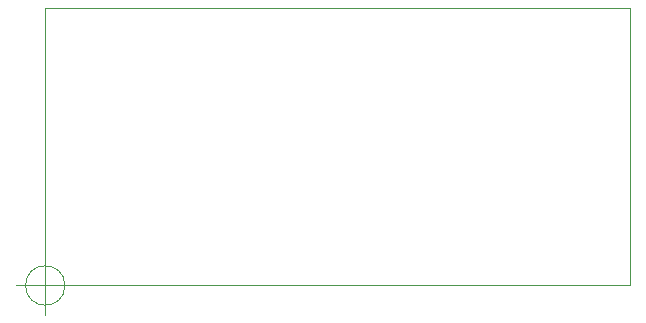
<source format=gbr>
%TF.GenerationSoftware,KiCad,Pcbnew,(5.1.9)-1*%
%TF.CreationDate,2021-06-05T13:50:50-03:00*%
%TF.ProjectId,Themu-Main,5468656d-752d-44d6-9169-6e2e6b696361,02*%
%TF.SameCoordinates,Original*%
%TF.FileFunction,Profile,NP*%
%FSLAX46Y46*%
G04 Gerber Fmt 4.6, Leading zero omitted, Abs format (unit mm)*
G04 Created by KiCad (PCBNEW (5.1.9)-1) date 2021-06-05 13:50:50*
%MOMM*%
%LPD*%
G01*
G04 APERTURE LIST*
%TA.AperFunction,Profile*%
%ADD10C,0.050000*%
%TD*%
%TA.AperFunction,Profile*%
%ADD11C,0.100000*%
%TD*%
G04 APERTURE END LIST*
D10*
X46116666Y-102235000D02*
G75*
G03*
X46116666Y-102235000I-1666666J0D01*
G01*
X41950000Y-102235000D02*
X46950000Y-102235000D01*
X44450000Y-99735000D02*
X44450000Y-104735000D01*
D11*
X93980000Y-102235000D02*
X44450000Y-102235000D01*
X93980000Y-78740000D02*
X93980000Y-102235000D01*
X44450000Y-78740000D02*
X93980000Y-78740000D01*
X44450000Y-102235000D02*
X44450000Y-78740000D01*
M02*

</source>
